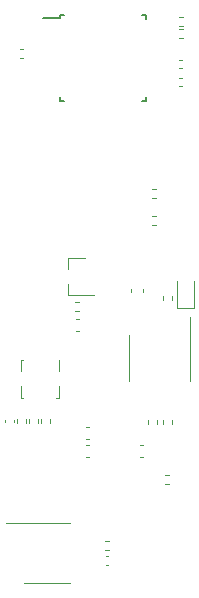
<source format=gbr>
%TF.GenerationSoftware,KiCad,Pcbnew,5.1.9-73d0e3b20d~88~ubuntu18.04.1*%
%TF.CreationDate,2021-02-25T17:56:51+01:00*%
%TF.ProjectId,climate_control,636c696d-6174-4655-9f63-6f6e74726f6c,rev?*%
%TF.SameCoordinates,Original*%
%TF.FileFunction,Legend,Top*%
%TF.FilePolarity,Positive*%
%FSLAX46Y46*%
G04 Gerber Fmt 4.6, Leading zero omitted, Abs format (unit mm)*
G04 Created by KiCad (PCBNEW 5.1.9-73d0e3b20d~88~ubuntu18.04.1) date 2021-02-25 17:56:51*
%MOMM*%
%LPD*%
G01*
G04 APERTURE LIST*
%ADD10C,0.120000*%
%ADD11C,0.150000*%
G04 APERTURE END LIST*
D10*
%TO.C,C6*%
X102723836Y-107209000D02*
X102508164Y-107209000D01*
X102723836Y-107929000D02*
X102508164Y-107929000D01*
D11*
%TO.C,U3*%
X105849000Y-104325000D02*
X105849000Y-104550000D01*
X113099000Y-104325000D02*
X113099000Y-104650000D01*
X113099000Y-111575000D02*
X113099000Y-111250000D01*
X105849000Y-111575000D02*
X105849000Y-111250000D01*
X105849000Y-104325000D02*
X106174000Y-104325000D01*
X105849000Y-111575000D02*
X106174000Y-111575000D01*
X113099000Y-111575000D02*
X112774000Y-111575000D01*
X113099000Y-104325000D02*
X112774000Y-104325000D01*
X105849000Y-104550000D02*
X104424000Y-104550000D01*
D10*
%TO.C,C1*%
X112905000Y-127775580D02*
X112905000Y-127494420D01*
X111885000Y-127775580D02*
X111885000Y-127494420D01*
%TO.C,C4*%
X112635420Y-141734000D02*
X112916580Y-141734000D01*
X112635420Y-140714000D02*
X112916580Y-140714000D01*
%TO.C,C7*%
X108344580Y-139190000D02*
X108063420Y-139190000D01*
X108344580Y-140210000D02*
X108063420Y-140210000D01*
%TO.C,C8*%
X108344580Y-141734000D02*
X108063420Y-141734000D01*
X108344580Y-140714000D02*
X108063420Y-140714000D01*
%TO.C,C10*%
X107174420Y-130046000D02*
X107455580Y-130046000D01*
X107174420Y-131066000D02*
X107455580Y-131066000D01*
%TO.C,U1*%
X111740000Y-133350000D02*
X111740000Y-135300000D01*
X111740000Y-133350000D02*
X111740000Y-131400000D01*
X116860000Y-133350000D02*
X116860000Y-135300000D01*
X116860000Y-133350000D02*
X116860000Y-129900000D01*
%TO.C,U2*%
X104775000Y-147300000D02*
X101325000Y-147300000D01*
X104775000Y-147300000D02*
X106725000Y-147300000D01*
X104775000Y-152420000D02*
X102825000Y-152420000D01*
X104775000Y-152420000D02*
X106725000Y-152420000D01*
%TO.C,U4*%
X102515000Y-135778000D02*
X102515000Y-136753000D01*
X105765000Y-133503000D02*
X105765000Y-134478000D01*
X105765000Y-135778000D02*
X105765000Y-136753000D01*
X102515000Y-133503000D02*
X102515000Y-134478000D01*
X105540000Y-136753000D02*
X105765000Y-136753000D01*
X102740000Y-136753000D02*
X102515000Y-136753000D01*
X102515000Y-133503000D02*
X102740000Y-133503000D01*
%TO.C,D1*%
X115724000Y-126835000D02*
X115724000Y-129120000D01*
X115724000Y-129120000D02*
X117194000Y-129120000D01*
X117194000Y-129120000D02*
X117194000Y-126835000D01*
%TO.C,Q2*%
X106555000Y-124912000D02*
X106555000Y-125842000D01*
X106555000Y-128072000D02*
X106555000Y-127142000D01*
X106555000Y-128072000D02*
X108715000Y-128072000D01*
X106555000Y-124912000D02*
X108015000Y-124912000D01*
%TO.C,R1*%
X114045000Y-138657359D02*
X114045000Y-138964641D01*
X113285000Y-138657359D02*
X113285000Y-138964641D01*
%TO.C,R2*%
X114555000Y-138964641D02*
X114555000Y-138657359D01*
X115315000Y-138964641D02*
X115315000Y-138657359D01*
%TO.C,R4*%
X115088641Y-143257000D02*
X114781359Y-143257000D01*
X115088641Y-144017000D02*
X114781359Y-144017000D01*
%TO.C,R9*%
X113638359Y-122141000D02*
X113945641Y-122141000D01*
X113638359Y-121381000D02*
X113945641Y-121381000D01*
%TO.C,R11*%
X115315000Y-128423641D02*
X115315000Y-128116359D01*
X114555000Y-128423641D02*
X114555000Y-128116359D01*
%TO.C,R12*%
X109701359Y-148845000D02*
X110008641Y-148845000D01*
X109701359Y-149605000D02*
X110008641Y-149605000D01*
%TO.C,R13*%
X113638359Y-119095000D02*
X113945641Y-119095000D01*
X113638359Y-119855000D02*
X113945641Y-119855000D01*
%TO.C,R14*%
X107468641Y-129412000D02*
X107161359Y-129412000D01*
X107468641Y-128652000D02*
X107161359Y-128652000D01*
%TO.C,R15*%
X104268000Y-138530359D02*
X104268000Y-138837641D01*
X105028000Y-138530359D02*
X105028000Y-138837641D01*
%TO.C,R17*%
X102236000Y-138837641D02*
X102236000Y-138530359D01*
X102996000Y-138837641D02*
X102996000Y-138530359D01*
%TO.C,R18*%
X103252000Y-138530359D02*
X103252000Y-138837641D01*
X104012000Y-138530359D02*
X104012000Y-138837641D01*
%TO.C,C3*%
X109747164Y-150135000D02*
X109962836Y-150135000D01*
X109747164Y-150855000D02*
X109962836Y-150855000D01*
%TO.C,C5*%
X115970164Y-108098000D02*
X116185836Y-108098000D01*
X115970164Y-108818000D02*
X116185836Y-108818000D01*
%TO.C,C9*%
X101240000Y-138576164D02*
X101240000Y-138791836D01*
X101960000Y-138576164D02*
X101960000Y-138791836D01*
%TO.C,C11*%
X115970164Y-110342000D02*
X116185836Y-110342000D01*
X115970164Y-109622000D02*
X116185836Y-109622000D01*
%TO.C,R3*%
X115924359Y-104522000D02*
X116231641Y-104522000D01*
X115924359Y-105282000D02*
X116231641Y-105282000D01*
%TO.C,R5*%
X115924359Y-106298000D02*
X116231641Y-106298000D01*
X115924359Y-105538000D02*
X116231641Y-105538000D01*
%TD*%
M02*

</source>
